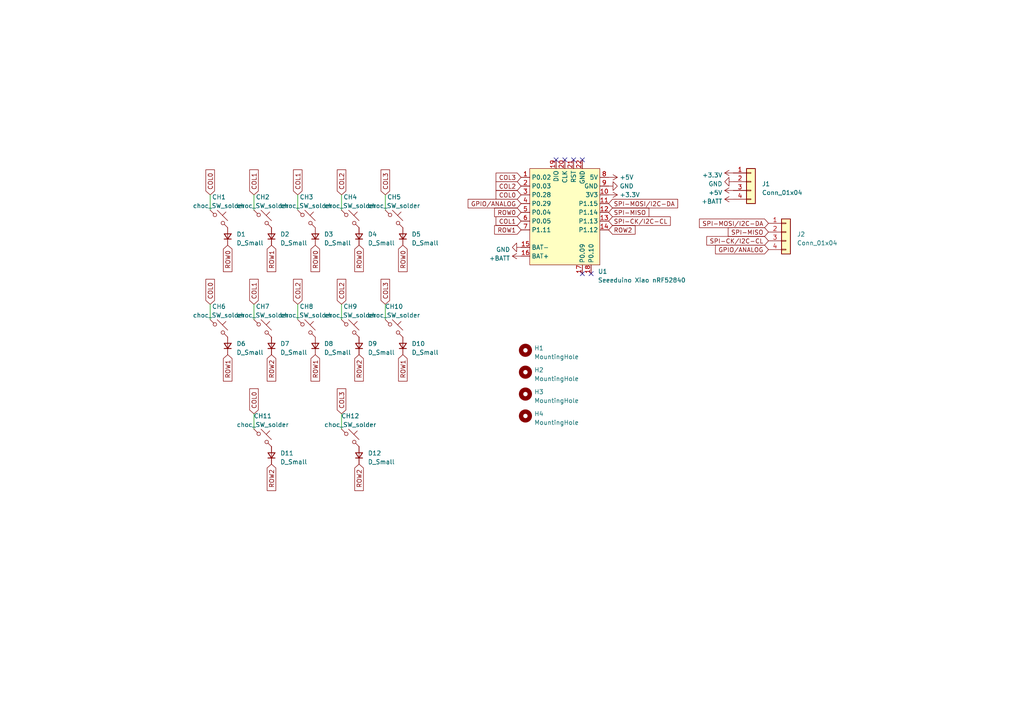
<source format=kicad_sch>
(kicad_sch (version 20230121) (generator eeschema)
  (paper "A4")
  (lib_symbols
    (symbol "Connector_Generic:Conn_01x04" (pin_names (offset 1.016) hide)
      (property "Reference" "J" (at 0 5.08 0))
      (property "Value" "Conn_01x04" (at 0 -7.62 0))
      (symbol "Conn_01x04_1_1"
        (rectangle (start -1.27 -4.953) (end 0 -5.207) (stroke (width 0.1524)))
        (rectangle (start -1.27 -2.413) (end 0 -2.667) (stroke (width 0.1524)))
        (rectangle (start -1.27 0.127) (end 0 -0.127) (stroke (width 0.1524)))
        (rectangle (start -1.27 2.667) (end 0 2.413) (stroke (width 0.1524)))
        (rectangle (start -1.27 3.81) (end 1.27 -6.35) (stroke (width 0.254)) (fill (type background)))
        (pin passive line (at -5.08 2.54 0) (length 3.81) (name "Pin_1") (number "1"))
        (pin passive line (at -5.08 0 0) (length 3.81) (name "Pin_2") (number "2"))
        (pin passive line (at -5.08 -2.54 0) (length 3.81) (name "Pin_3") (number "3"))
        (pin passive line (at -5.08 -5.08 0) (length 3.81) (name "Pin_4") (number "4"))
      )
    )
    (symbol "Device:D_Small" (pin_numbers hide) (pin_names (offset 0.254) hide)
      (property "Reference" "D" (at -1.27 2.032 0))
      (property "Value" "D_Small" (at -3.81 -2.032 0))
      (symbol "D_Small_0_1"
        (polyline (pts (xy -0.762 -1.016) (xy -0.762 1.016)) (stroke (width 0.254)))
        (polyline (pts (xy -0.762 0) (xy 0.762 0)))
        (polyline (pts (xy 0.762 -1.016) (xy -0.762 0) (xy 0.762 1.016) (xy 0.762 -1.016)) (stroke (width 0.254)))
      )
      (symbol "D_Small_1_1"
        (pin passive line (at -2.54 0 0) (length 1.778) (name "K") (number "1"))
        (pin passive line (at 2.54 0 180) (length 1.778) (name "A") (number "2"))
      )
    )
    (symbol "Mechanical:MountingHole" (pin_names (offset 1.016))
      (property "Reference" "H" (at 0 5.08 0))
      (property "Value" "MountingHole" (at 0 3.175 0))
      (symbol "MountingHole_0_1"
        (circle (center 0 0) (radius 1.27) (stroke (width 1.27)))
      )
    )
    (symbol "PCM_marbastlib-choc:choc_SW_solder" (pin_numbers hide) (pin_names (offset 1.016) hide)
      (property "Reference" "CH" (at 3.048 1.016 0))
      (property "Value" "choc_SW_solder" (at 0 -3.81 0))
      (symbol "choc_SW_solder_0_1"
        (circle (center -1.1684 1.1684) (radius 0.508))
        (polyline (pts (xy -0.508 2.54) (xy 2.54 -0.508)))
        (polyline (pts (xy 1.016 1.016) (xy 2.032 2.032)))
        (polyline (pts (xy -2.54 2.54) (xy -1.524 1.524) (xy -1.524 1.524)))
        (polyline (pts (xy 1.524 -1.524) (xy 2.54 -2.54) (xy 2.54 -2.54) (xy 2.54 -2.54)))
        (circle (center 1.143 -1.1938) (radius 0.508))
        (pin passive line (at -2.54 2.54 0) (length 0) (name "1") (number "1"))
        (pin passive line (at 2.54 -2.54 180) (length 0) (name "2") (number "2"))
      )
    )
    (symbol "PCM_marbastlib-promicroish:Seeeduino_Xiao_nRF52840" (in_bom no)
      (property "Reference" "U" (at -10.16 -12.7 0))
      (property "Value" "Seeeduino Xiao nRF52840" (at -10.16 -15.24 0))
      (symbol "Seeeduino_Xiao_nRF52840_1_0"
        (pin bidirectional line (at -12.7 13.97 0) (length 2.54) (name "P0.02") (number "1"))
        (pin power_out line (at 12.7 8.89 180) (length 2.54) (name "3V3") (number "10"))
        (pin bidirectional line (at 12.7 6.35 180) (length 2.54) (name "P1.15") (number "11"))
        (pin bidirectional line (at 12.7 3.81 180) (length 2.54) (name "P1.14") (number "12"))
        (pin bidirectional line (at 12.7 1.27 180) (length 2.54) (name "P1.13") (number "13"))
        (pin bidirectional line (at 12.7 -1.27 180) (length 2.54) (name "P1.12") (number "14"))
        (pin power_in line (at -12.7 -6.35 0) (length 2.54) (name "BAT-") (number "15"))
        (pin power_in line (at -12.7 -8.89 0) (length 2.54) (name "BAT+") (number "16"))
        (pin bidirectional line (at 5.08 -13.97 90) (length 2.54) (name "P0.09") (number "17"))
        (pin bidirectional line (at 7.62 -13.97 90) (length 2.54) (name "P0.10") (number "18"))
        (pin bidirectional line (at -2.54 19.05 270) (length 2.54) (name "DIO") (number "19"))
        (pin bidirectional line (at -12.7 11.43 0) (length 2.54) (name "P0.03") (number "2"))
        (pin bidirectional line (at 0 19.05 270) (length 2.54) (name "CLK") (number "20"))
        (pin bidirectional line (at 2.54 19.05 270) (length 2.54) (name "RST") (number "21"))
        (pin power_out line (at 5.08 19.05 270) (length 2.54) (name "GND") (number "22"))
        (pin bidirectional line (at -12.7 8.89 0) (length 2.54) (name "P0.28") (number "3"))
        (pin bidirectional line (at -12.7 6.35 0) (length 2.54) (name "P0.29") (number "4"))
        (pin bidirectional line (at -12.7 3.81 0) (length 2.54) (name "P0.04") (number "5"))
        (pin bidirectional line (at -12.7 1.27 0) (length 2.54) (name "P0.05") (number "6"))
        (pin bidirectional line (at -12.7 -1.27 0) (length 2.54) (name "P1.11") (number "7"))
        (pin power_out line (at 12.7 13.97 180) (length 2.54) (name "5V") (number "8"))
        (pin power_out line (at 12.7 11.43 180) (length 2.54) (name "GND") (number "9"))
      )
      (symbol "Seeeduino_Xiao_nRF52840_1_1"
        (rectangle (start -10.16 16.51) (end 10.16 -11.43) (fill (type background)))
      )
    )
    (symbol "power:+3.3V" (power) (pin_names (offset 0))
      (property "Value" "+3.3V" (at 0 3.556 0))
      (symbol "+3.3V_0_1"
        (polyline (pts (xy -0.762 1.27) (xy 0 2.54)))
        (polyline (pts (xy 0 0) (xy 0 2.54)))
        (polyline (pts (xy 0 2.54) (xy 0.762 1.27)))
      )
      (symbol "+3.3V_1_1"
        (pin power_in line (at 0 0 90) (length 0) hide (name "+3.3V") (number "1"))
      )
    )
    (symbol "power:+5V" (power) (pin_names (offset 0))
      (property "Value" "+5V" (at 0 3.556 0))
      (symbol "+5V_0_1"
        (polyline (pts (xy -0.762 1.27) (xy 0 2.54)))
        (polyline (pts (xy 0 0) (xy 0 2.54)))
        (polyline (pts (xy 0 2.54) (xy 0.762 1.27)))
      )
      (symbol "+5V_1_1"
        (pin power_in line (at 0 0 90) (length 0) hide (name "+5V") (number "1"))
      )
    )
    (symbol "power:+BATT" (power) (pin_names (offset 0))
      (property "Value" "+BATT" (at 0 3.556 0))
      (symbol "+BATT_0_1"
        (polyline (pts (xy -0.762 1.27) (xy 0 2.54)))
        (polyline (pts (xy 0 0) (xy 0 2.54)))
        (polyline (pts (xy 0 2.54) (xy 0.762 1.27)))
      )
      (symbol "+BATT_1_1"
        (pin power_in line (at 0 0 90) (length 0) hide (name "+BATT") (number "1"))
      )
    )
    (symbol "power:GND" (power) (pin_names (offset 0))
      (property "Value" "GND" (at 0 -3.81 0))
      (symbol "GND_0_1"
        (polyline (pts (xy 0 0) (xy 0 -1.27) (xy 1.27 -1.27) (xy 0 -2.54) (xy -1.27 -1.27) (xy 0 -1.27)))
      )
      (symbol "GND_1_1"
        (pin power_in line (at 0 0 270) (length 0) hide (name "GND") (number "1"))
      )
    )
  )
  (no_connect (at 171.45 79.375))
  (no_connect (at 163.83 46.355))
  (no_connect (at 166.37 46.355))
  (no_connect (at 168.91 46.355))
  (no_connect (at 161.29 46.355))
  (no_connect (at 168.91 79.375))
  (wire (pts (xy 111.76 56.515) (xy 111.76 60.96)))
  (wire (pts (xy 86.36 88.265) (xy 86.36 92.71)))
  (wire (pts (xy 60.96 88.265) (xy 60.96 92.71)))
  (wire (pts (xy 73.66 120.015) (xy 73.66 124.46)))
  (wire (pts (xy 60.96 56.515) (xy 60.96 60.96)))
  (wire (pts (xy 73.66 88.265) (xy 73.66 92.71)))
  (wire (pts (xy 99.06 56.515) (xy 99.06 60.96)))
  (wire (pts (xy 111.76 88.265) (xy 111.76 92.71)))
  (wire (pts (xy 99.06 88.265) (xy 99.06 92.71)))
  (wire (pts (xy 86.36 56.515) (xy 86.36 60.96)))
  (wire (pts (xy 73.66 56.515) (xy 73.66 60.96)))
  (wire (pts (xy 99.06 120.015) (xy 99.06 124.46)))
  (global_label "SPI-CK{slash}I2C-CL" (shape input) (at 222.885 69.85 180) (property "Intersheetrefs" "${INTERSHEET_REFS}" (effects hide)))
  (global_label "COL3" (shape input) (at 99.06 120.015 90) (property "Intersheetrefs" "${INTERSHEET_REFS}" (effects hide)))
  (global_label "COL1" (shape input) (at 151.13 64.135 180) (property "Intersheetrefs" "${INTERSHEET_REFS}" (effects hide)))
  (global_label "COL3" (shape input) (at 111.76 88.265 90) (property "Intersheetrefs" "${INTERSHEET_REFS}" (effects hide)))
  (global_label "ROW2" (shape input) (at 78.74 102.87 270) (property "Intersheetrefs" "${INTERSHEET_REFS}" (effects hide)))
  (global_label "ROW2" (shape input) (at 104.14 134.62 270) (property "Intersheetrefs" "${INTERSHEET_REFS}" (effects hide)))
  (global_label "COL0" (shape input) (at 151.13 56.515 180) (property "Intersheetrefs" "${INTERSHEET_REFS}" (effects hide)))
  (global_label "COL1" (shape input) (at 86.36 56.515 90) (property "Intersheetrefs" "${INTERSHEET_REFS}" (effects hide)))
  (global_label "ROW2" (shape input) (at 176.53 66.675 0) (property "Intersheetrefs" "${INTERSHEET_REFS}" (effects hide)))
  (global_label "ROW1" (shape input) (at 151.13 66.675 180) (property "Intersheetrefs" "${INTERSHEET_REFS}" (effects hide)))
  (global_label "SPI-MOSI{slash}I2C-DA" (shape input) (at 222.885 64.77 180) (property "Intersheetrefs" "${INTERSHEET_REFS}" (effects hide)))
  (global_label "COL2" (shape input) (at 86.36 88.265 90) (property "Intersheetrefs" "${INTERSHEET_REFS}" (effects hide)))
  (global_label "SPI-MISO" (shape input) (at 222.885 67.31 180) (property "Intersheetrefs" "${INTERSHEET_REFS}" (effects hide)))
  (global_label "ROW0" (shape input) (at 91.44 71.12 270) (property "Intersheetrefs" "${INTERSHEET_REFS}" (effects hide)))
  (global_label "COL2" (shape input) (at 151.13 53.975 180) (property "Intersheetrefs" "${INTERSHEET_REFS}" (effects hide)))
  (global_label "COL2" (shape input) (at 99.06 56.515 90) (property "Intersheetrefs" "${INTERSHEET_REFS}" (effects hide)))
  (global_label "COL3" (shape input) (at 111.76 56.515 90) (property "Intersheetrefs" "${INTERSHEET_REFS}" (effects hide)))
  (global_label "ROW0" (shape input) (at 66.04 71.12 270) (property "Intersheetrefs" "${INTERSHEET_REFS}" (effects hide)))
  (global_label "ROW0" (shape input) (at 104.14 71.12 270) (property "Intersheetrefs" "${INTERSHEET_REFS}" (effects hide)))
  (global_label "GPIO{slash}ANALOG" (shape input) (at 222.885 72.39 180) (property "Intersheetrefs" "${INTERSHEET_REFS}" (effects hide)))
  (global_label "COL2" (shape input) (at 99.06 88.265 90) (property "Intersheetrefs" "${INTERSHEET_REFS}" (effects hide)))
  (global_label "ROW0" (shape input) (at 151.13 61.595 180) (property "Intersheetrefs" "${INTERSHEET_REFS}" (effects hide)))
  (global_label "ROW1" (shape input) (at 66.04 102.87 270) (property "Intersheetrefs" "${INTERSHEET_REFS}" (effects hide)))
  (global_label "COL1" (shape input) (at 73.66 56.515 90) (property "Intersheetrefs" "${INTERSHEET_REFS}" (effects hide)))
  (global_label "SPI-CK{slash}I2C-CL" (shape input) (at 176.53 64.135 0) (property "Intersheetrefs" "${INTERSHEET_REFS}" (effects hide)))
  (global_label "COL1" (shape input) (at 73.66 88.265 90) (property "Intersheetrefs" "${INTERSHEET_REFS}" (effects hide)))
  (global_label "ROW1" (shape input) (at 116.84 102.87 270) (property "Intersheetrefs" "${INTERSHEET_REFS}" (effects hide)))
  (global_label "ROW1" (shape input) (at 91.44 102.87 270) (property "Intersheetrefs" "${INTERSHEET_REFS}" (effects hide)))
  (global_label "SPI-MISO" (shape input) (at 176.53 61.595 0) (property "Intersheetrefs" "${INTERSHEET_REFS}" (effects hide)))
  (global_label "COL3" (shape input) (at 151.13 51.435 180) (property "Intersheetrefs" "${INTERSHEET_REFS}" (effects hide)))
  (global_label "COL0" (shape input) (at 60.96 88.265 90) (property "Intersheetrefs" "${INTERSHEET_REFS}" (effects hide)))
  (global_label "ROW0" (shape input) (at 116.84 71.12 270) (property "Intersheetrefs" "${INTERSHEET_REFS}" (effects hide)))
  (global_label "GPIO{slash}ANALOG" (shape input) (at 151.13 59.055 180) (property "Intersheetrefs" "${INTERSHEET_REFS}" (effects hide)))
  (global_label "COL0" (shape input) (at 60.96 56.515 90) (property "Intersheetrefs" "${INTERSHEET_REFS}" (effects hide)))
  (global_label "SPI-MOSI{slash}I2C-DA" (shape input) (at 176.53 59.055 0) (property "Intersheetrefs" "${INTERSHEET_REFS}" (effects hide)))
  (global_label "ROW2" (shape input) (at 78.74 134.62 270) (property "Intersheetrefs" "${INTERSHEET_REFS}" (effects hide)))
  (global_label "ROW1" (shape input) (at 78.74 71.12 270) (property "Intersheetrefs" "${INTERSHEET_REFS}" (effects hide)))
  (global_label "ROW2" (shape input) (at 104.14 102.87 270) (property "Intersheetrefs" "${INTERSHEET_REFS}" (effects hide)))
  (global_label "COL0" (shape input) (at 73.66 120.015 90) (property "Intersheetrefs" "${INTERSHEET_REFS}" (effects hide)))
  (symbol (lib_id "PCM_marbastlib-choc:choc_SW_solder") (at 63.5 95.25 0) (unit 1)
    (property "Reference" "CH6" (at 63.5 88.9 0))
    (property "Value" "choc_SW_solder" (at 63.5 91.44 0))
    (property "Footprint" "PCM_marbastlib-xp-choc:SW_choc_v1+v2_1u" (effects hide))
  )
  (symbol (lib_id "Mechanical:MountingHole") (at 152.4 114.3 0) (unit 1)
    (property "Reference" "H3" (at 154.94 113.665 0) (effects (justify left)))
    (property "Value" "MountingHole" (at 154.94 116.205 0) (effects (justify left)))
    (property "Footprint" "MountingHole:MountingHole_2.2mm_M2_Pad_Via" (effects hide))
  )
  (symbol (lib_id "PCM_marbastlib-choc:choc_SW_solder") (at 76.2 95.25 0) (unit 1)
    (property "Reference" "CH7" (at 76.2 88.9 0))
    (property "Value" "choc_SW_solder" (at 76.2 91.44 0))
    (property "Footprint" "PCM_marbastlib-xp-choc:SW_choc_v1+v2_1u" (effects hide))
  )
  (symbol (lib_id "power:+BATT") (at 212.725 57.785 90) (unit 1)
    (property "Reference" "#PWR04" (effects hide))
    (property "Value" "+BATT" (at 209.55 58.42 90) (effects (justify left)))
  )
  (symbol (lib_id "Mechanical:MountingHole") (at 152.4 101.6 0) (unit 1)
    (property "Reference" "H1" (at 154.94 100.965 0) (effects (justify left)))
    (property "Value" "MountingHole" (at 154.94 103.505 0) (effects (justify left)))
    (property "Footprint" "MountingHole:MountingHole_2.2mm_M2_Pad_Via" (effects hide))
  )
  (symbol (lib_id "Device:D_Small") (at 78.74 68.58 90) (unit 1)
    (property "Reference" "D2" (at 81.28 67.945 90) (effects (justify right)))
    (property "Value" "D_Small" (at 81.28 70.485 90) (effects (justify right)))
    (property "Footprint" "Diode_THT:D_DO-34_SOD68_P7.62mm_Horizontal" (effects hide))
    (property "Sim.Device" "D" (effects hide))
    (property "Sim.Pins" "1=K 2=A" (effects hide))
  )
  (symbol (lib_id "Device:D_Small") (at 116.84 100.33 90) (unit 1)
    (property "Reference" "D10" (at 119.38 99.695 90) (effects (justify right)))
    (property "Value" "D_Small" (at 119.38 102.235 90) (effects (justify right)))
    (property "Footprint" "Diode_THT:D_DO-34_SOD68_P7.62mm_Horizontal" (effects hide))
    (property "Sim.Device" "D" (effects hide))
    (property "Sim.Pins" "1=K 2=A" (effects hide))
  )
  (symbol (lib_id "power:GND") (at 151.13 71.755 270) (unit 1)
    (property "Reference" "#PWR03" (effects hide))
    (property "Value" "GND" (at 147.955 72.39 90) (effects (justify right)))
  )
  (symbol (lib_id "Mechanical:MountingHole") (at 152.4 107.95 0) (unit 1)
    (property "Reference" "H2" (at 154.94 107.315 0) (effects (justify left)))
    (property "Value" "MountingHole" (at 154.94 109.855 0) (effects (justify left)))
    (property "Footprint" "MountingHole:MountingHole_2.2mm_M2_Pad_Via" (effects hide))
  )
  (symbol (lib_id "PCM_marbastlib-choc:choc_SW_solder") (at 101.6 63.5 0) (unit 1)
    (property "Reference" "CH4" (at 101.6 57.15 0))
    (property "Value" "choc_SW_solder" (at 101.6 59.69 0))
    (property "Footprint" "PCM_marbastlib-xp-choc:SW_choc_v1+v2_1u" (effects hide))
  )
  (symbol (lib_id "Connector_Generic:Conn_01x04") (at 227.965 67.31 0) (unit 1)
    (property "Reference" "J2" (at 231.14 67.945 0) (effects (justify left)))
    (property "Value" "Conn_01x04" (at 231.14 70.485 0) (effects (justify left)))
    (property "Footprint" "Connector_PinHeader_2.54mm:PinHeader_1x04_P2.54mm_Vertical" (effects hide))
  )
  (symbol (lib_id "Device:D_Small") (at 91.44 68.58 90) (unit 1)
    (property "Reference" "D3" (at 93.98 67.945 90) (effects (justify right)))
    (property "Value" "D_Small" (at 93.98 70.485 90) (effects (justify right)))
    (property "Footprint" "Diode_THT:D_DO-34_SOD68_P7.62mm_Horizontal" (effects hide))
    (property "Sim.Device" "D" (effects hide))
    (property "Sim.Pins" "1=K 2=A" (effects hide))
  )
  (symbol (lib_id "power:GND") (at 212.725 52.705 270) (unit 1)
    (property "Reference" "#PWR02" (effects hide))
    (property "Value" "GND" (at 209.55 53.34 90) (effects (justify right)))
  )
  (symbol (lib_id "Device:D_Small") (at 104.14 132.08 90) (unit 1)
    (property "Reference" "D12" (at 106.68 131.445 90) (effects (justify right)))
    (property "Value" "D_Small" (at 106.68 133.985 90) (effects (justify right)))
    (property "Footprint" "Diode_THT:D_DO-34_SOD68_P7.62mm_Horizontal" (effects hide))
    (property "Sim.Device" "D" (effects hide))
    (property "Sim.Pins" "1=K 2=A" (effects hide))
  )
  (symbol (lib_id "Device:D_Small") (at 66.04 100.33 90) (unit 1)
    (property "Reference" "D6" (at 68.58 99.695 90) (effects (justify right)))
    (property "Value" "D_Small" (at 68.58 102.235 90) (effects (justify right)))
    (property "Footprint" "Diode_THT:D_DO-34_SOD68_P7.62mm_Horizontal" (effects hide))
    (property "Sim.Device" "D" (effects hide))
    (property "Sim.Pins" "1=K 2=A" (effects hide))
  )
  (symbol (lib_id "power:+5V") (at 176.53 51.435 270) (unit 1)
    (property "Reference" "#PWR07" (effects hide))
    (property "Value" "+5V" (at 179.705 51.435 90) (effects (justify left)))
  )
  (symbol (lib_id "PCM_marbastlib-promicroish:Seeeduino_Xiao_nRF52840") (at 163.83 65.405 0) (unit 1) (in_bom no)
    (property "Reference" "U1" (at 173.4059 78.74 0) (effects (justify left)))
    (property "Value" "Seeeduino Xiao nRF52840" (at 173.4059 81.28 0) (effects (justify left)))
    (property "Footprint" "PCM_marbastlib-xp-promicroish:Xiao_nRF52840_ACH" (effects hide))
  )
  (symbol (lib_id "PCM_marbastlib-choc:choc_SW_solder") (at 63.5 63.5 0) (unit 1)
    (property "Reference" "CH1" (at 63.5 57.15 0))
    (property "Value" "choc_SW_solder" (at 63.5 59.69 0))
    (property "Footprint" "PCM_marbastlib-xp-choc:SW_choc_v1+v2_1u" (effects hide))
  )
  (symbol (lib_id "power:+BATT") (at 151.13 74.295 90) (unit 1)
    (property "Reference" "#PWR09" (effects hide))
    (property "Value" "+BATT" (at 147.955 74.93 90) (effects (justify left)))
  )
  (symbol (lib_id "Device:D_Small") (at 104.14 68.58 90) (unit 1)
    (property "Reference" "D4" (at 106.68 67.945 90) (effects (justify right)))
    (property "Value" "D_Small" (at 106.68 70.485 90) (effects (justify right)))
    (property "Footprint" "Diode_THT:D_DO-34_SOD68_P7.62mm_Horizontal" (effects hide))
    (property "Sim.Device" "D" (effects hide))
    (property "Sim.Pins" "1=K 2=A" (effects hide))
  )
  (symbol (lib_id "Device:D_Small") (at 104.14 100.33 90) (unit 1)
    (property "Reference" "D9" (at 106.68 99.695 90) (effects (justify right)))
    (property "Value" "D_Small" (at 106.68 102.235 90) (effects (justify right)))
    (property "Footprint" "Diode_THT:D_DO-34_SOD68_P7.62mm_Horizontal" (effects hide))
    (property "Sim.Device" "D" (effects hide))
    (property "Sim.Pins" "1=K 2=A" (effects hide))
  )
  (symbol (lib_id "Device:D_Small") (at 78.74 132.08 90) (unit 1)
    (property "Reference" "D11" (at 81.28 131.445 90) (effects (justify right)))
    (property "Value" "D_Small" (at 81.28 133.985 90) (effects (justify right)))
    (property "Footprint" "Diode_THT:D_DO-34_SOD68_P7.62mm_Horizontal" (effects hide))
    (property "Sim.Device" "D" (effects hide))
    (property "Sim.Pins" "1=K 2=A" (effects hide))
  )
  (symbol (lib_id "Device:D_Small") (at 78.74 100.33 90) (unit 1)
    (property "Reference" "D7" (at 81.28 99.695 90) (effects (justify right)))
    (property "Value" "D_Small" (at 81.28 102.235 90) (effects (justify right)))
    (property "Footprint" "Diode_THT:D_DO-34_SOD68_P7.62mm_Horizontal" (effects hide))
    (property "Sim.Device" "D" (effects hide))
    (property "Sim.Pins" "1=K 2=A" (effects hide))
  )
  (symbol (lib_id "power:+3.3V") (at 176.53 56.515 270) (unit 1)
    (property "Reference" "#PWR08" (effects hide))
    (property "Value" "+3.3V" (at 179.705 56.515 90) (effects (justify left)))
  )
  (symbol (lib_id "Device:D_Small") (at 66.04 68.58 90) (unit 1)
    (property "Reference" "D1" (at 68.58 67.945 90) (effects (justify right)))
    (property "Value" "D_Small" (at 68.58 70.485 90) (effects (justify right)))
    (property "Footprint" "Diode_THT:D_DO-34_SOD68_P7.62mm_Horizontal" (effects hide))
    (property "Sim.Device" "D" (effects hide))
    (property "Sim.Pins" "1=K 2=A" (effects hide))
  )
  (symbol (lib_id "PCM_marbastlib-choc:choc_SW_solder") (at 76.2 63.5 0) (unit 1)
    (property "Reference" "CH2" (at 76.2 57.15 0))
    (property "Value" "choc_SW_solder" (at 76.2 59.69 0))
    (property "Footprint" "PCM_marbastlib-xp-choc:SW_choc_v1+v2_1u" (effects hide))
  )
  (symbol (lib_id "PCM_marbastlib-choc:choc_SW_solder") (at 88.9 95.25 0) (unit 1)
    (property "Reference" "CH8" (at 88.9 88.9 0))
    (property "Value" "choc_SW_solder" (at 88.9 91.44 0))
    (property "Footprint" "PCM_marbastlib-xp-choc:SW_choc_v1+v2_1u" (effects hide))
  )
  (symbol (lib_id "power:+5V") (at 212.725 55.245 90) (unit 1)
    (property "Reference" "#PWR06" (effects hide))
    (property "Value" "+5V" (at 209.55 55.88 90) (effects (justify left)))
  )
  (symbol (lib_id "power:+3.3V") (at 212.725 50.165 90) (unit 1)
    (property "Reference" "#PWR05" (effects hide))
    (property "Value" "+3.3V" (at 209.55 50.8 90) (effects (justify left)))
  )
  (symbol (lib_id "Device:D_Small") (at 116.84 68.58 90) (unit 1)
    (property "Reference" "D5" (at 119.38 67.945 90) (effects (justify right)))
    (property "Value" "D_Small" (at 119.38 70.485 90) (effects (justify right)))
    (property "Footprint" "Diode_THT:D_DO-34_SOD68_P7.62mm_Horizontal" (effects hide))
    (property "Sim.Device" "D" (effects hide))
    (property "Sim.Pins" "1=K 2=A" (effects hide))
  )
  (symbol (lib_id "power:GND") (at 176.53 53.975 90) (unit 1)
    (property "Reference" "#PWR01" (effects hide))
    (property "Value" "GND" (at 179.705 53.975 90) (effects (justify right)))
  )
  (symbol (lib_id "PCM_marbastlib-choc:choc_SW_solder") (at 114.3 95.25 0) (unit 1)
    (property "Reference" "CH10" (at 114.3 88.9 0))
    (property "Value" "choc_SW_solder" (at 114.3 91.44 0))
    (property "Footprint" "PCM_marbastlib-xp-choc:SW_choc_v1+v2_1u" (effects hide))
  )
  (symbol (lib_id "PCM_marbastlib-choc:choc_SW_solder") (at 101.6 127 0) (unit 1)
    (property "Reference" "CH12" (at 101.6 120.65 0))
    (property "Value" "choc_SW_solder" (at 101.6 123.19 0))
    (property "Footprint" "PCM_marbastlib-xp-choc:SW_choc_v1+v2_1u" (effects hide))
  )
  (symbol (lib_id "PCM_marbastlib-choc:choc_SW_solder") (at 88.9 63.5 0) (unit 1)
    (property "Reference" "CH3" (at 88.9 57.15 0))
    (property "Value" "choc_SW_solder" (at 88.9 59.69 0))
    (property "Footprint" "PCM_marbastlib-xp-choc:SW_choc_v1+v2_1u" (effects hide))
  )
  (symbol (lib_id "Mechanical:MountingHole") (at 152.4 120.65 0) (unit 1)
    (property "Reference" "H4" (at 154.94 120.015 0) (effects (justify left)))
    (property "Value" "MountingHole" (at 154.94 122.555 0) (effects (justify left)))
    (property "Footprint" "MountingHole:MountingHole_2.2mm_M2_Pad_Via" (effects hide))
  )
  (symbol (lib_id "PCM_marbastlib-choc:choc_SW_solder") (at 101.6 95.25 0) (unit 1)
    (property "Reference" "CH9" (at 101.6 88.9 0))
    (property "Value" "choc_SW_solder" (at 101.6 91.44 0))
    (property "Footprint" "PCM_marbastlib-xp-choc:SW_choc_v1+v2_1u" (effects hide))
  )
  (symbol (lib_id "PCM_marbastlib-choc:choc_SW_solder") (at 76.2 127 0) (unit 1)
    (property "Reference" "CH11" (at 76.2 120.65 0))
    (property "Value" "choc_SW_solder" (at 76.2 123.19 0))
    (property "Footprint" "PCM_marbastlib-xp-choc:SW_choc_v1+v2_1u" (effects hide))
  )
  (symbol (lib_id "Connector_Generic:Conn_01x04") (at 217.805 52.705 0) (unit 1)
    (property "Reference" "J1" (at 220.98 53.34 0) (effects (justify left)))
    (property "Value" "Conn_01x04" (at 220.98 55.88 0) (effects (justify left)))
    (property "Footprint" "Connector_PinHeader_2.54mm:PinHeader_1x04_P2.54mm_Vertical" (effects hide))
  )
  (symbol (lib_id "PCM_marbastlib-choc:choc_SW_solder") (at 114.3 63.5 0) (unit 1)
    (property "Reference" "CH5" (at 114.3 57.15 0))
    (property "Value" "choc_SW_solder" (at 114.3 59.69 0))
    (property "Footprint" "PCM_marbastlib-xp-choc:SW_choc_v1+v2_1u" (effects hide))
  )
  (symbol (lib_id "Device:D_Small") (at 91.44 100.33 90) (unit 1)
    (property "Reference" "D8" (at 93.98 99.695 90) (effects (justify right)))
    (property "Value" "D_Small" (at 93.98 102.235 90) (effects (justify right)))
    (property "Footprint" "Diode_THT:D_DO-34_SOD68_P7.62mm_Horizontal" (effects hide))
    (property "Sim.Device" "D" (effects hide))
    (property "Sim.Pins" "1=K 2=A" (effects hide))
  )
)
</source>
